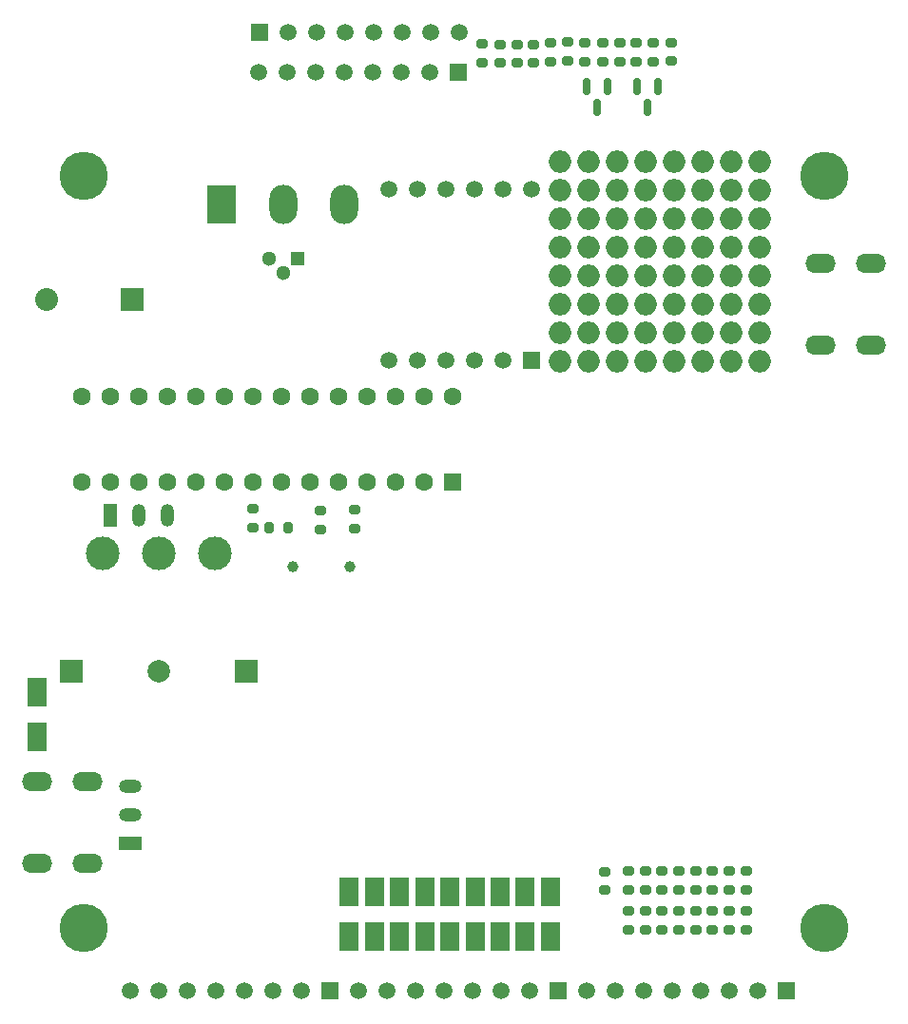
<source format=gbr>
%TF.GenerationSoftware,KiCad,Pcbnew,(6.0.0)*%
%TF.CreationDate,2023-02-05T23:32:21-08:00*%
%TF.ProjectId,Luciebox_v5,4c756369-6562-46f7-985f-76352e6b6963,rev?*%
%TF.SameCoordinates,Original*%
%TF.FileFunction,Soldermask,Top*%
%TF.FilePolarity,Negative*%
%FSLAX46Y46*%
G04 Gerber Fmt 4.6, Leading zero omitted, Abs format (unit mm)*
G04 Created by KiCad (PCBNEW (6.0.0)) date 2023-02-05 23:32:21*
%MOMM*%
%LPD*%
G01*
G04 APERTURE LIST*
G04 Aperture macros list*
%AMRoundRect*
0 Rectangle with rounded corners*
0 $1 Rounding radius*
0 $2 $3 $4 $5 $6 $7 $8 $9 X,Y pos of 4 corners*
0 Add a 4 corners polygon primitive as box body*
4,1,4,$2,$3,$4,$5,$6,$7,$8,$9,$2,$3,0*
0 Add four circle primitives for the rounded corners*
1,1,$1+$1,$2,$3*
1,1,$1+$1,$4,$5*
1,1,$1+$1,$6,$7*
1,1,$1+$1,$8,$9*
0 Add four rect primitives between the rounded corners*
20,1,$1+$1,$2,$3,$4,$5,0*
20,1,$1+$1,$4,$5,$6,$7,0*
20,1,$1+$1,$6,$7,$8,$9,0*
20,1,$1+$1,$8,$9,$2,$3,0*%
G04 Aperture macros list end*
%ADD10RoundRect,0.200000X-0.275000X0.200000X-0.275000X-0.200000X0.275000X-0.200000X0.275000X0.200000X0*%
%ADD11RoundRect,0.200000X0.275000X-0.200000X0.275000X0.200000X-0.275000X0.200000X-0.275000X-0.200000X0*%
%ADD12R,1.800000X2.500000*%
%ADD13R,2.000000X1.200000*%
%ADD14O,2.000000X1.200000*%
%ADD15C,4.300000*%
%ADD16RoundRect,0.150000X-0.150000X0.587500X-0.150000X-0.587500X0.150000X-0.587500X0.150000X0.587500X0*%
%ADD17C,1.000000*%
%ADD18O,2.700000X1.700000*%
%ADD19RoundRect,0.200000X0.200000X0.275000X-0.200000X0.275000X-0.200000X-0.275000X0.200000X-0.275000X0*%
%ADD20R,1.300000X1.300000*%
%ADD21C,1.300000*%
%ADD22R,1.200000X2.000000*%
%ADD23O,1.200000X2.000000*%
%ADD24O,2.000000X2.000000*%
%ADD25R,2.500000X3.500000*%
%ADD26O,2.500000X3.500000*%
%ADD27R,1.500000X1.500000*%
%ADD28C,1.500000*%
%ADD29R,1.600000X1.600000*%
%ADD30C,1.600000*%
%ADD31C,2.000000*%
%ADD32R,2.000000X2.100000*%
%ADD33C,3.000000*%
%ADD34R,2.032000X2.032000*%
%ADD35C,2.032000*%
G04 APERTURE END LIST*
D10*
%TO.C,R11*%
X56026800Y-77946000D03*
X56026800Y-79596000D03*
%TD*%
D11*
%TO.C,R13*%
X59026800Y-79596000D03*
X59026800Y-77946000D03*
%TD*%
%TO.C,R5*%
X43100000Y-5950000D03*
X43100000Y-4300000D03*
%TD*%
D12*
%TO.C,D7*%
X34173600Y-79788000D03*
X34173600Y-83788000D03*
%TD*%
%TO.C,D1*%
X47599600Y-79788000D03*
X47599600Y-83788000D03*
%TD*%
%TO.C,D2*%
X45349600Y-79788000D03*
X45349600Y-83788000D03*
%TD*%
%TO.C,D3*%
X43114400Y-79788000D03*
X43114400Y-83788000D03*
%TD*%
D13*
%TO.C,T5*%
X10160000Y-75438000D03*
D14*
X10160000Y-72898000D03*
X10160000Y-70358000D03*
%TD*%
D10*
%TO.C,R8*%
X57526800Y-81471000D03*
X57526800Y-83121000D03*
%TD*%
D15*
%TO.C,H2*%
X6000000Y-83000000D03*
%TD*%
D16*
%TO.C,Q1*%
X52700000Y-8062500D03*
X50800000Y-8062500D03*
X51750000Y-9937500D03*
%TD*%
D11*
%TO.C,C2*%
X27118000Y-47510000D03*
X27118000Y-45860000D03*
%TD*%
D17*
%TO.C,Y1*%
X29718000Y-50800000D03*
X24638000Y-50800000D03*
%TD*%
D11*
%TO.C,R_0_if_no_auto_power_off1*%
X41503600Y-5942600D03*
X41503600Y-4292600D03*
%TD*%
%TO.C,R23*%
X65026800Y-79596000D03*
X65026800Y-77946000D03*
%TD*%
D12*
%TO.C,D5*%
X38644000Y-79788000D03*
X38644000Y-83788000D03*
%TD*%
D10*
%TO.C,R28*%
X55250000Y-4175000D03*
X55250000Y-5825000D03*
%TD*%
%TO.C,R6*%
X54526800Y-81471000D03*
X54526800Y-83121000D03*
%TD*%
D12*
%TO.C,D10*%
X29652400Y-79788000D03*
X29652400Y-83788000D03*
%TD*%
%TO.C,D9*%
X1879600Y-62008000D03*
X1879600Y-66008000D03*
%TD*%
D16*
%TO.C,Q2*%
X57185600Y-8054100D03*
X55285600Y-8054100D03*
X56235600Y-9929100D03*
%TD*%
D10*
%TO.C,R25*%
X52250000Y-4175000D03*
X52250000Y-5825000D03*
%TD*%
%TO.C,R7*%
X56026800Y-81471000D03*
X56026800Y-83121000D03*
%TD*%
%TO.C,R22*%
X63526800Y-77946000D03*
X63526800Y-79596000D03*
%TD*%
D12*
%TO.C,D4*%
X40879200Y-79788000D03*
X40879200Y-83788000D03*
%TD*%
D11*
%TO.C,R_reset_pullup1*%
X52425600Y-79615800D03*
X52425600Y-77965800D03*
%TD*%
D15*
%TO.C,H3*%
X72000000Y-83000000D03*
%TD*%
%TO.C,H6*%
X6000000Y-16000000D03*
%TD*%
D10*
%TO.C,C1*%
X30166000Y-45763000D03*
X30166000Y-47413000D03*
%TD*%
D18*
%TO.C,J1*%
X6360720Y-77268000D03*
X1850000Y-69968000D03*
X1850000Y-77268000D03*
X6360720Y-69968000D03*
%TD*%
%TO.C,J2*%
X71639280Y-31082000D03*
X76150000Y-23782000D03*
X76150000Y-31082000D03*
X71639280Y-23782000D03*
%TD*%
D19*
%TO.C,R19*%
X24193000Y-47360000D03*
X22543000Y-47360000D03*
%TD*%
D10*
%TO.C,R9*%
X59026800Y-81471000D03*
X59026800Y-83121000D03*
%TD*%
D11*
%TO.C,R26*%
X56750000Y-5825000D03*
X56750000Y-4175000D03*
%TD*%
D10*
%TO.C,R17*%
X63526800Y-81471000D03*
X63526800Y-83121000D03*
%TD*%
D11*
%TO.C,R_vcc_protected1*%
X58318400Y-5803400D03*
X58318400Y-4153400D03*
%TD*%
D20*
%TO.C,Q4*%
X25044400Y-23414400D03*
D21*
X23774400Y-24684400D03*
X22504400Y-23414400D03*
%TD*%
D11*
%TO.C,R3*%
X46100000Y-5950000D03*
X46100000Y-4300000D03*
%TD*%
%TO.C,R21*%
X62026800Y-79596000D03*
X62026800Y-77946000D03*
%TD*%
D10*
%TO.C,R16*%
X62026800Y-81471000D03*
X62026800Y-83121000D03*
%TD*%
%TO.C,R_0_if_no_usb_switch1*%
X50675000Y-4175000D03*
X50675000Y-5825000D03*
%TD*%
D11*
%TO.C,R2*%
X47600000Y-5850000D03*
X47600000Y-4200000D03*
%TD*%
D12*
%TO.C,D8*%
X31938400Y-79788000D03*
X31938400Y-83788000D03*
%TD*%
D15*
%TO.C,H1*%
X72000000Y-16000000D03*
%TD*%
D22*
%TO.C,T2*%
X8382000Y-46228000D03*
D23*
X10922000Y-46228000D03*
X13462000Y-46228000D03*
%TD*%
D12*
%TO.C,D6*%
X36408800Y-79788000D03*
X36408800Y-83788000D03*
%TD*%
D11*
%TO.C,C3*%
X21082000Y-47307000D03*
X21082000Y-45657000D03*
%TD*%
D10*
%TO.C,R18*%
X65026800Y-81471000D03*
X65026800Y-83121000D03*
%TD*%
D11*
%TO.C,R1*%
X49100000Y-5750000D03*
X49100000Y-4100000D03*
%TD*%
%TO.C,R4*%
X44600000Y-5950000D03*
X44600000Y-4300000D03*
%TD*%
%TO.C,R27*%
X53750000Y-5825000D03*
X53750000Y-4175000D03*
%TD*%
D24*
%TO.C,U2*%
X48425100Y-32562800D03*
X48412400Y-30022800D03*
X48425100Y-27482800D03*
X48437800Y-24942800D03*
X48425100Y-22402800D03*
X48412400Y-19862800D03*
X48425100Y-17322800D03*
X48412400Y-14782800D03*
X50965100Y-32562800D03*
X50952400Y-30022800D03*
X50965100Y-27482800D03*
X50977800Y-24942800D03*
X50965100Y-22402800D03*
X50952400Y-19862800D03*
X50965100Y-17322800D03*
X50952400Y-14782800D03*
X53505100Y-32562800D03*
X53492400Y-30022800D03*
X53505100Y-27482800D03*
X53517800Y-24942800D03*
X53505100Y-22402800D03*
X53492400Y-19862800D03*
X53505100Y-17322800D03*
X53492400Y-14782800D03*
X56045100Y-32562800D03*
X56032400Y-30022800D03*
X56045100Y-27482800D03*
X56057800Y-24942800D03*
X56045100Y-22402800D03*
X56032400Y-19862800D03*
X56045100Y-17322800D03*
X56032400Y-14782800D03*
X58585100Y-32562800D03*
X58572400Y-30022800D03*
X58585100Y-27482800D03*
X58597800Y-24942800D03*
X58585100Y-22402800D03*
X58572400Y-19862800D03*
X58585100Y-17322800D03*
X58572400Y-14782800D03*
X61125100Y-32562800D03*
X61112400Y-30022800D03*
X61125100Y-27482800D03*
X61137800Y-24942800D03*
X61125100Y-22402800D03*
X61112400Y-19862800D03*
X61125100Y-17322800D03*
X61112400Y-14782800D03*
X63665100Y-32562800D03*
X63652400Y-30022800D03*
X63665100Y-27482800D03*
X63677800Y-24942800D03*
X63665100Y-22402800D03*
X63652400Y-19862800D03*
X63665100Y-17322800D03*
X63652400Y-14782800D03*
X66205100Y-32562800D03*
X66192400Y-30022800D03*
X66205100Y-27482800D03*
X66217800Y-24942800D03*
X66205100Y-22402800D03*
X66192400Y-19862800D03*
X66205100Y-17322800D03*
X66192400Y-14782800D03*
%TD*%
D11*
%TO.C,R10*%
X54526800Y-79596000D03*
X54526800Y-77946000D03*
%TD*%
D10*
%TO.C,R15*%
X60526800Y-81471000D03*
X60526800Y-83121000D03*
%TD*%
%TO.C,R20*%
X60526800Y-77946000D03*
X60526800Y-79596000D03*
%TD*%
D11*
%TO.C,R12*%
X57526800Y-79596000D03*
X57526800Y-77946000D03*
%TD*%
D25*
%TO.C,Q3*%
X18299400Y-18591600D03*
D26*
X23774400Y-18591600D03*
X29249400Y-18591600D03*
%TD*%
D27*
%TO.C,T7*%
X39390000Y-6750000D03*
D28*
X36850000Y-6750000D03*
X34310000Y-6750000D03*
X31770000Y-6750000D03*
X29230000Y-6750000D03*
X26690000Y-6750000D03*
X24150000Y-6750000D03*
X21610000Y-6750000D03*
%TD*%
D27*
%TO.C,T1*%
X48260000Y-88620000D03*
D28*
X45720000Y-88620000D03*
X43180000Y-88620000D03*
X40640000Y-88620000D03*
X38100000Y-88620000D03*
X35560000Y-88620000D03*
X33020000Y-88620000D03*
X30480000Y-88620000D03*
%TD*%
D27*
%TO.C,U1*%
X45940000Y-32440000D03*
D28*
X43400000Y-32440000D03*
X40860000Y-32440000D03*
X38320000Y-32440000D03*
X35780000Y-32440000D03*
X33240000Y-32440000D03*
X33240000Y-17200000D03*
X35780000Y-17200000D03*
X38320000Y-17200000D03*
X40860000Y-17200000D03*
X43400000Y-17200000D03*
X45940000Y-17200000D03*
%TD*%
D29*
%TO.C,U3*%
X38855000Y-43250000D03*
D30*
X36315000Y-43250000D03*
X33775000Y-43250000D03*
X31235000Y-43250000D03*
X28695000Y-43250000D03*
X26155000Y-43250000D03*
X23615000Y-43250000D03*
X21075000Y-43250000D03*
X18535000Y-43250000D03*
X15995000Y-43250000D03*
X13455000Y-43250000D03*
X10915000Y-43250000D03*
X8375000Y-43250000D03*
X5835000Y-43250000D03*
X5835000Y-35630000D03*
X8375000Y-35630000D03*
X10915000Y-35630000D03*
X13455000Y-35630000D03*
X15995000Y-35630000D03*
X18535000Y-35630000D03*
X21075000Y-35630000D03*
X23615000Y-35630000D03*
X26155000Y-35630000D03*
X28695000Y-35630000D03*
X31235000Y-35630000D03*
X33775000Y-35630000D03*
X36315000Y-35630000D03*
X38855000Y-35630000D03*
%TD*%
D31*
%TO.C,S1*%
X12700000Y-60140000D03*
D32*
X20500000Y-60140000D03*
X4900000Y-60140000D03*
D33*
X7700000Y-49640000D03*
X12700000Y-49640000D03*
X17700000Y-49640000D03*
%TD*%
D27*
%TO.C,T6*%
X27940000Y-88620000D03*
D28*
X25400000Y-88620000D03*
X22860000Y-88620000D03*
X20320000Y-88620000D03*
X17780000Y-88620000D03*
X15240000Y-88620000D03*
X12700000Y-88620000D03*
X10160000Y-88620000D03*
%TD*%
D27*
%TO.C,T8*%
X21670000Y-3250000D03*
D28*
X24210000Y-3250000D03*
X26750000Y-3250000D03*
X29290000Y-3250000D03*
X31830000Y-3250000D03*
X34370000Y-3250000D03*
X36910000Y-3250000D03*
X39450000Y-3250000D03*
%TD*%
D27*
%TO.C,T4*%
X68580000Y-88620000D03*
D28*
X66040000Y-88620000D03*
X63500000Y-88620000D03*
X60960000Y-88620000D03*
X58420000Y-88620000D03*
X55880000Y-88620000D03*
X53340000Y-88620000D03*
X50800000Y-88620000D03*
%TD*%
D34*
%TO.C,BZ1*%
X10310000Y-27000000D03*
D35*
X2690000Y-27000000D03*
%TD*%
M02*

</source>
